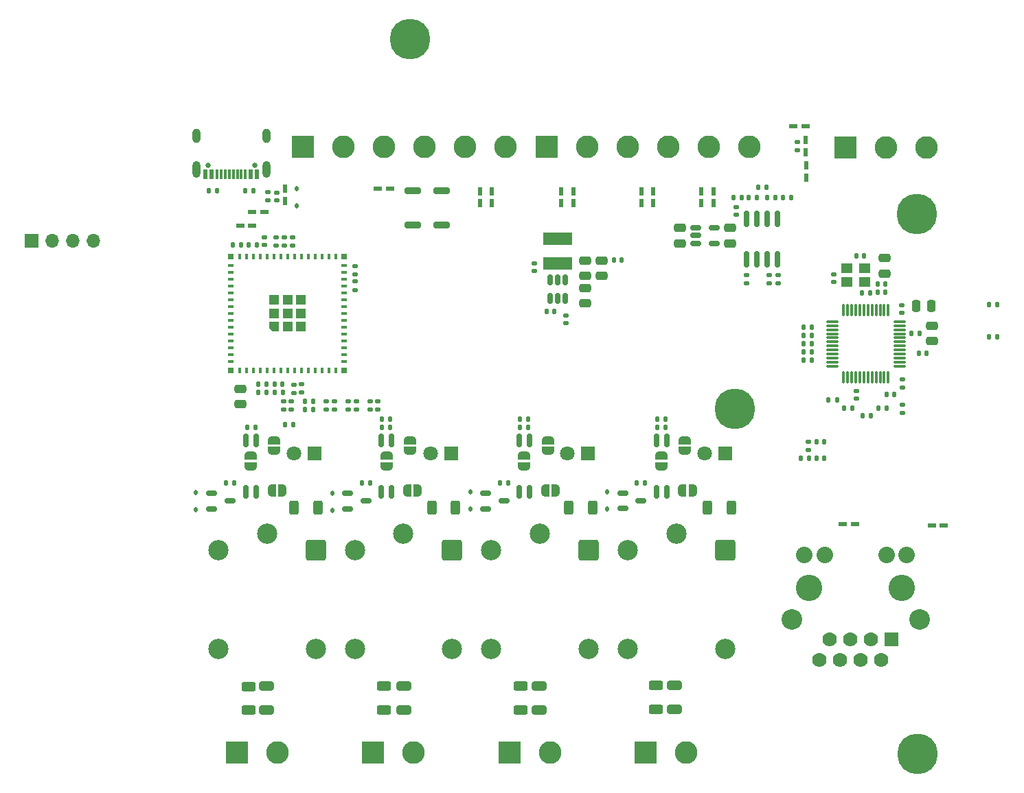
<source format=gbr>
%TF.GenerationSoftware,KiCad,Pcbnew,8.0.6-8.0.6-0~ubuntu24.04.1*%
%TF.CreationDate,2024-10-19T21:07:47+02:00*%
%TF.ProjectId,ESP_PLC,4553505f-504c-4432-9e6b-696361645f70,rev?*%
%TF.SameCoordinates,Original*%
%TF.FileFunction,Soldermask,Top*%
%TF.FilePolarity,Negative*%
%FSLAX46Y46*%
G04 Gerber Fmt 4.6, Leading zero omitted, Abs format (unit mm)*
G04 Created by KiCad (PCBNEW 8.0.6-8.0.6-0~ubuntu24.04.1) date 2024-10-19 21:07:47*
%MOMM*%
%LPD*%
G01*
G04 APERTURE LIST*
G04 Aperture macros list*
%AMRoundRect*
0 Rectangle with rounded corners*
0 $1 Rounding radius*
0 $2 $3 $4 $5 $6 $7 $8 $9 X,Y pos of 4 corners*
0 Add a 4 corners polygon primitive as box body*
4,1,4,$2,$3,$4,$5,$6,$7,$8,$9,$2,$3,0*
0 Add four circle primitives for the rounded corners*
1,1,$1+$1,$2,$3*
1,1,$1+$1,$4,$5*
1,1,$1+$1,$6,$7*
1,1,$1+$1,$8,$9*
0 Add four rect primitives between the rounded corners*
20,1,$1+$1,$2,$3,$4,$5,0*
20,1,$1+$1,$4,$5,$6,$7,0*
20,1,$1+$1,$6,$7,$8,$9,0*
20,1,$1+$1,$8,$9,$2,$3,0*%
%AMOutline5P*
0 Free polygon, 5 corners , with rotation*
0 The origin of the aperture is its center*
0 number of corners: always 5*
0 $1 to $10 corner X, Y*
0 $11 Rotation angle, in degrees counterclockwise*
0 create outline with 5 corners*
4,1,5,$1,$2,$3,$4,$5,$6,$7,$8,$9,$10,$1,$2,$11*%
%AMOutline6P*
0 Free polygon, 6 corners , with rotation*
0 The origin of the aperture is its center*
0 number of corners: always 6*
0 $1 to $12 corner X, Y*
0 $13 Rotation angle, in degrees counterclockwise*
0 create outline with 6 corners*
4,1,6,$1,$2,$3,$4,$5,$6,$7,$8,$9,$10,$11,$12,$1,$2,$13*%
%AMOutline7P*
0 Free polygon, 7 corners , with rotation*
0 The origin of the aperture is its center*
0 number of corners: always 7*
0 $1 to $14 corner X, Y*
0 $15 Rotation angle, in degrees counterclockwise*
0 create outline with 7 corners*
4,1,7,$1,$2,$3,$4,$5,$6,$7,$8,$9,$10,$11,$12,$13,$14,$1,$2,$15*%
%AMOutline8P*
0 Free polygon, 8 corners , with rotation*
0 The origin of the aperture is its center*
0 number of corners: always 8*
0 $1 to $16 corner X, Y*
0 $17 Rotation angle, in degrees counterclockwise*
0 create outline with 8 corners*
4,1,8,$1,$2,$3,$4,$5,$6,$7,$8,$9,$10,$11,$12,$13,$14,$15,$16,$1,$2,$17*%
%AMFreePoly0*
4,1,19,0.500000,-0.750000,0.000000,-0.750000,0.000000,-0.744911,-0.071157,-0.744911,-0.207708,-0.704816,-0.327430,-0.627875,-0.420627,-0.520320,-0.479746,-0.390866,-0.500000,-0.250000,-0.500000,0.250000,-0.479746,0.390866,-0.420627,0.520320,-0.327430,0.627875,-0.207708,0.704816,-0.071157,0.744911,0.000000,0.744911,0.000000,0.750000,0.500000,0.750000,0.500000,-0.750000,0.500000,-0.750000,
$1*%
%AMFreePoly1*
4,1,19,0.000000,0.744911,0.071157,0.744911,0.207708,0.704816,0.327430,0.627875,0.420627,0.520320,0.479746,0.390866,0.500000,0.250000,0.500000,-0.250000,0.479746,-0.390866,0.420627,-0.520320,0.327430,-0.627875,0.207708,-0.704816,0.071157,-0.744911,0.000000,-0.744911,0.000000,-0.750000,-0.500000,-0.750000,-0.500000,0.750000,0.000000,0.750000,0.000000,0.744911,0.000000,0.744911,
$1*%
G04 Aperture macros list end*
%ADD10R,1.700000X1.700000*%
%ADD11O,1.700000X1.700000*%
%ADD12RoundRect,0.250000X0.312500X0.625000X-0.312500X0.625000X-0.312500X-0.625000X0.312500X-0.625000X0*%
%ADD13RoundRect,0.250000X0.625000X-0.312500X0.625000X0.312500X-0.625000X0.312500X-0.625000X-0.312500X0*%
%ADD14RoundRect,0.250000X0.650000X-0.325000X0.650000X0.325000X-0.650000X0.325000X-0.650000X-0.325000X0*%
%ADD15FreePoly0,270.000000*%
%ADD16FreePoly1,270.000000*%
%ADD17C,5.000000*%
%ADD18C,2.500000*%
%ADD19RoundRect,0.250000X-1.000000X1.000000X-1.000000X-1.000000X1.000000X-1.000000X1.000000X1.000000X0*%
%ADD20RoundRect,0.135000X-0.135000X-0.185000X0.135000X-0.185000X0.135000X0.185000X-0.135000X0.185000X0*%
%ADD21RoundRect,0.140000X0.140000X0.170000X-0.140000X0.170000X-0.140000X-0.170000X0.140000X-0.170000X0*%
%ADD22RoundRect,0.135000X0.135000X0.185000X-0.135000X0.185000X-0.135000X-0.185000X0.135000X-0.185000X0*%
%ADD23R,0.500000X1.100000*%
%ADD24R,2.800000X2.800000*%
%ADD25C,2.800000*%
%ADD26RoundRect,0.140000X0.170000X-0.140000X0.170000X0.140000X-0.170000X0.140000X-0.170000X-0.140000X0*%
%ADD27RoundRect,0.140000X-0.140000X-0.170000X0.140000X-0.170000X0.140000X0.170000X-0.140000X0.170000X0*%
%ADD28C,3.251200*%
%ADD29R,1.778000X1.778000*%
%ADD30C,1.778000*%
%ADD31C,2.032000*%
%ADD32C,2.540000*%
%ADD33RoundRect,0.200000X0.800000X-0.200000X0.800000X0.200000X-0.800000X0.200000X-0.800000X-0.200000X0*%
%ADD34R,1.100000X0.500000*%
%ADD35RoundRect,0.112500X0.112500X-0.187500X0.112500X0.187500X-0.112500X0.187500X-0.112500X-0.187500X0*%
%ADD36RoundRect,0.135000X-0.185000X0.135000X-0.185000X-0.135000X0.185000X-0.135000X0.185000X0.135000X0*%
%ADD37RoundRect,0.135000X0.185000X-0.135000X0.185000X0.135000X-0.185000X0.135000X-0.185000X-0.135000X0*%
%ADD38FreePoly0,0.000000*%
%ADD39FreePoly1,0.000000*%
%ADD40RoundRect,0.150000X-0.512500X-0.150000X0.512500X-0.150000X0.512500X0.150000X-0.512500X0.150000X0*%
%ADD41RoundRect,0.150000X-0.150000X0.662500X-0.150000X-0.662500X0.150000X-0.662500X0.150000X0.662500X0*%
%ADD42R,1.800000X1.800000*%
%ADD43C,1.800000*%
%ADD44RoundRect,0.140000X-0.170000X0.140000X-0.170000X-0.140000X0.170000X-0.140000X0.170000X0.140000X0*%
%ADD45C,0.650000*%
%ADD46R,0.600000X1.240000*%
%ADD47R,0.300000X1.240000*%
%ADD48O,1.000000X2.100000*%
%ADD49O,1.000000X1.800000*%
%ADD50FreePoly0,90.000000*%
%ADD51FreePoly1,90.000000*%
%ADD52R,1.400000X1.200000*%
%ADD53RoundRect,0.250000X0.475000X-0.250000X0.475000X0.250000X-0.475000X0.250000X-0.475000X-0.250000X0*%
%ADD54RoundRect,0.250000X0.250000X0.475000X-0.250000X0.475000X-0.250000X-0.475000X0.250000X-0.475000X0*%
%ADD55RoundRect,0.250000X-0.475000X0.250000X-0.475000X-0.250000X0.475000X-0.250000X0.475000X0.250000X0*%
%ADD56R,3.600000X1.500000*%
%ADD57RoundRect,0.147500X0.147500X0.172500X-0.147500X0.172500X-0.147500X-0.172500X0.147500X-0.172500X0*%
%ADD58RoundRect,0.150000X0.150000X-0.512500X0.150000X0.512500X-0.150000X0.512500X-0.150000X-0.512500X0*%
%ADD59RoundRect,0.075000X0.075000X-0.662500X0.075000X0.662500X-0.075000X0.662500X-0.075000X-0.662500X0*%
%ADD60RoundRect,0.075000X0.662500X-0.075000X0.662500X0.075000X-0.662500X0.075000X-0.662500X-0.075000X0*%
%ADD61RoundRect,0.150000X0.150000X-0.825000X0.150000X0.825000X-0.150000X0.825000X-0.150000X-0.825000X0*%
%ADD62R,0.400000X0.800000*%
%ADD63R,0.800000X0.400000*%
%ADD64Outline5P,-0.600000X0.204000X-0.204000X0.600000X0.600000X0.600000X0.600000X-0.600000X-0.600000X-0.600000X90.000000*%
%ADD65R,1.200000X1.200000*%
%ADD66R,0.800000X0.800000*%
%ADD67RoundRect,0.147500X-0.172500X0.147500X-0.172500X-0.147500X0.172500X-0.147500X0.172500X0.147500X0*%
%ADD68RoundRect,0.147500X0.172500X-0.147500X0.172500X0.147500X-0.172500X0.147500X-0.172500X-0.147500X0*%
G04 APERTURE END LIST*
D10*
%TO.C,REF\u002A\u002A*%
X118300000Y-83300000D03*
D11*
X120840000Y-83300000D03*
X123380000Y-83300000D03*
X125920000Y-83300000D03*
%TD*%
D12*
%TO.C,R33*%
X204612500Y-116250000D03*
X201687500Y-116250000D03*
%TD*%
%TO.C,R32*%
X187512500Y-116250000D03*
X184587500Y-116250000D03*
%TD*%
%TO.C,R31*%
X153612500Y-116250000D03*
X150687500Y-116250000D03*
%TD*%
%TO.C,R30*%
X170612500Y-116250000D03*
X167687500Y-116250000D03*
%TD*%
D13*
%TO.C,R29*%
X145060000Y-141192500D03*
X145060000Y-138267500D03*
%TD*%
%TO.C,R28*%
X161800000Y-141162500D03*
X161800000Y-138237500D03*
%TD*%
%TO.C,R27*%
X195270000Y-141062500D03*
X195270000Y-138137500D03*
%TD*%
%TO.C,R26*%
X178600000Y-141162500D03*
X178600000Y-138237500D03*
%TD*%
D14*
%TO.C,C27*%
X147330000Y-141175000D03*
X147330000Y-138225000D03*
%TD*%
%TO.C,C26*%
X164200000Y-141175000D03*
X164200000Y-138225000D03*
%TD*%
%TO.C,C10*%
X197600000Y-141075000D03*
X197600000Y-138125000D03*
%TD*%
%TO.C,C3*%
X180900000Y-141175000D03*
X180900000Y-138225000D03*
%TD*%
D15*
%TO.C,JP12*%
X196000000Y-109800000D03*
D16*
X196000000Y-111100000D03*
%TD*%
D15*
%TO.C,JP11*%
X179070000Y-109800000D03*
D16*
X179070000Y-111100000D03*
%TD*%
D15*
%TO.C,JP10*%
X162100000Y-109800000D03*
D16*
X162100000Y-111100000D03*
%TD*%
%TO.C,JP9*%
X145350000Y-111100000D03*
D15*
X145350000Y-109800000D03*
%TD*%
D17*
%TO.C,H2*%
X205000000Y-104000000D03*
%TD*%
%TO.C,H3*%
X165000000Y-58400000D03*
%TD*%
%TO.C,H2*%
X227500000Y-80000000D03*
%TD*%
D18*
%TO.C,K2*%
X164184166Y-119417500D03*
X170184166Y-133617500D03*
X158184166Y-133617500D03*
D19*
X170184166Y-121417500D03*
D18*
X158184166Y-121417500D03*
%TD*%
D20*
%TO.C,R19*%
X236390000Y-95100000D03*
X237410000Y-95100000D03*
%TD*%
D21*
%TO.C,C34*%
X147280000Y-101000000D03*
X146320000Y-101000000D03*
%TD*%
D22*
%TO.C,R7*%
X214510000Y-93950000D03*
X213490000Y-93950000D03*
%TD*%
D21*
%TO.C,C38*%
X153030000Y-103100000D03*
X152070000Y-103100000D03*
%TD*%
D23*
%TO.C,D31*%
X202400000Y-77150000D03*
X202400000Y-78650000D03*
%TD*%
%TO.C,D1*%
X149600000Y-78350000D03*
X149600000Y-76850000D03*
%TD*%
D24*
%TO.C,J15*%
X177250000Y-146395000D03*
D25*
X182250000Y-146395000D03*
%TD*%
D26*
%TO.C,C42*%
X205200000Y-80055000D03*
X205200000Y-79095000D03*
%TD*%
D27*
%TO.C,C35*%
X148320000Y-101000000D03*
X149280000Y-101000000D03*
%TD*%
D22*
%TO.C,R106*%
X177070000Y-113200000D03*
X176050000Y-113200000D03*
%TD*%
D18*
%TO.C,K3*%
X181000832Y-119417500D03*
X187000832Y-133617500D03*
X175000832Y-133617500D03*
D19*
X187000832Y-121417500D03*
D18*
X175000832Y-121417500D03*
%TD*%
D28*
%TO.C,J1*%
X225620000Y-126145000D03*
X214190000Y-126145000D03*
D29*
X224350000Y-132495000D03*
D30*
X223080000Y-135035000D03*
X221810000Y-132495000D03*
X220540000Y-135035000D03*
X219270000Y-132495000D03*
X218000000Y-135035000D03*
X216730000Y-132495000D03*
X215460000Y-135035000D03*
D31*
X213605800Y-122030200D03*
X216120400Y-122030200D03*
X223715000Y-122030200D03*
X226229600Y-122030200D03*
D32*
X227779000Y-130031200D03*
X212031000Y-130031200D03*
%TD*%
D33*
%TO.C,SW1*%
X165350000Y-81300000D03*
X165350000Y-77100000D03*
%TD*%
D23*
%TO.C,D27*%
X185100000Y-77150000D03*
X185100000Y-78650000D03*
%TD*%
D34*
%TO.C,D8*%
X219850000Y-118200000D03*
X218350000Y-118200000D03*
%TD*%
D22*
%TO.C,R104*%
X143310000Y-113200000D03*
X142290000Y-113200000D03*
%TD*%
D35*
%TO.C,D40*%
X155400000Y-116550000D03*
X155400000Y-114450000D03*
%TD*%
D36*
%TO.C,R73*%
X161050000Y-103090000D03*
X161050000Y-104110000D03*
%TD*%
D27*
%TO.C,C20*%
X215075000Y-108100000D03*
X216035000Y-108100000D03*
%TD*%
D20*
%TO.C,R16*%
X213145000Y-110100000D03*
X214165000Y-110100000D03*
%TD*%
D37*
%TO.C,R96*%
X212700000Y-72110000D03*
X212700000Y-71090000D03*
%TD*%
D38*
%TO.C,JP4*%
X147950000Y-114100000D03*
D39*
X149250000Y-114100000D03*
%TD*%
D22*
%TO.C,R100*%
X150560000Y-106000000D03*
X149540000Y-106000000D03*
%TD*%
D40*
%TO.C,Q8*%
X193475000Y-115350000D03*
X191200000Y-116300000D03*
X191200000Y-114400000D03*
%TD*%
D34*
%TO.C,D34*%
X213750000Y-69100000D03*
X212250000Y-69100000D03*
%TD*%
D37*
%TO.C,R93*%
X209300000Y-88510000D03*
X209300000Y-87490000D03*
%TD*%
D41*
%TO.C,U8*%
X146000000Y-107912500D03*
X144730000Y-107912500D03*
X144730000Y-114287500D03*
X146000000Y-114287500D03*
%TD*%
D20*
%TO.C,R1*%
X143180000Y-83800000D03*
X144200000Y-83800000D03*
%TD*%
D41*
%TO.C,U7*%
X179720000Y-107912500D03*
X178450000Y-107912500D03*
X178450000Y-114287500D03*
X179720000Y-114287500D03*
%TD*%
D37*
%TO.C,R92*%
X210350000Y-88510000D03*
X210350000Y-87490000D03*
%TD*%
D17*
%TO.C,H1*%
X227550000Y-146600000D03*
%TD*%
D18*
%TO.C,K1*%
X147367500Y-119417500D03*
X153367500Y-133617500D03*
X141367500Y-133617500D03*
D19*
X153367500Y-121417500D03*
D18*
X141367500Y-121417500D03*
%TD*%
D22*
%TO.C,R102*%
X179520000Y-105300000D03*
X178500000Y-105300000D03*
%TD*%
%TO.C,R107*%
X192940000Y-113150000D03*
X193960000Y-113150000D03*
%TD*%
D27*
%TO.C,C17*%
X220020000Y-85170000D03*
X220980000Y-85170000D03*
%TD*%
D23*
%TO.C,D24*%
X173600000Y-77150000D03*
X173600000Y-78650000D03*
%TD*%
D38*
%TO.C,JP3*%
X164650000Y-114100000D03*
D39*
X165950000Y-114100000D03*
%TD*%
D42*
%TO.C,D36*%
X170091666Y-109550000D03*
D43*
X167551666Y-109550000D03*
%TD*%
D22*
%TO.C,R101*%
X162560000Y-105300000D03*
X161540000Y-105300000D03*
%TD*%
D24*
%TO.C,J13*%
X143650000Y-146395000D03*
D25*
X148650000Y-146395000D03*
%TD*%
D44*
%TO.C,C37*%
X150650000Y-101070000D03*
X150650000Y-102030000D03*
%TD*%
D36*
%TO.C,R71*%
X155650000Y-103090000D03*
X155650000Y-104110000D03*
%TD*%
D26*
%TO.C,C23*%
X147000000Y-83800000D03*
X147000000Y-82840000D03*
%TD*%
D20*
%TO.C,R24*%
X144890000Y-106300000D03*
X145910000Y-106300000D03*
%TD*%
D22*
%TO.C,R99*%
X205860000Y-77900000D03*
X204840000Y-77900000D03*
%TD*%
D44*
%TO.C,C41*%
X160050000Y-103120000D03*
X160050000Y-104080000D03*
%TD*%
D22*
%TO.C,R66*%
X147310000Y-102000000D03*
X146290000Y-102000000D03*
%TD*%
D26*
%TO.C,C24*%
X158250000Y-87400000D03*
X158250000Y-86440000D03*
%TD*%
D34*
%TO.C,D2*%
X147050000Y-79750000D03*
X145550000Y-79750000D03*
%TD*%
D22*
%TO.C,R90*%
X211960000Y-77900000D03*
X210940000Y-77900000D03*
%TD*%
D45*
%TO.C,J3*%
X145840000Y-73980000D03*
X140060000Y-73980000D03*
D46*
X146150000Y-75100000D03*
X145350000Y-75100000D03*
D47*
X144200000Y-75100000D03*
X143200000Y-75100000D03*
X142700000Y-75100000D03*
X141700000Y-75100000D03*
D46*
X140550000Y-75100000D03*
X139750000Y-75100000D03*
X139750000Y-75100000D03*
X140550000Y-75100000D03*
D47*
X141200000Y-75100000D03*
X142200000Y-75100000D03*
X143700000Y-75100000D03*
X144700000Y-75100000D03*
D46*
X145350000Y-75100000D03*
X146150000Y-75100000D03*
D48*
X147270000Y-74500000D03*
D49*
X147270000Y-70300000D03*
D48*
X138630000Y-74500000D03*
D49*
X138630000Y-70300000D03*
%TD*%
D23*
%TO.C,D25*%
X175100000Y-77150000D03*
X175100000Y-78650000D03*
%TD*%
D35*
%TO.C,D39*%
X138600000Y-116450000D03*
X138600000Y-114350000D03*
%TD*%
D20*
%TO.C,R13*%
X213500000Y-98000000D03*
X214520000Y-98000000D03*
%TD*%
D22*
%TO.C,R9*%
X223710000Y-103900000D03*
X222690000Y-103900000D03*
%TD*%
%TO.C,R8*%
X221810000Y-104900000D03*
X220790000Y-104900000D03*
%TD*%
D41*
%TO.C,U9*%
X162735000Y-107912500D03*
X161465000Y-107912500D03*
X161465000Y-114287500D03*
X162735000Y-114287500D03*
%TD*%
D50*
%TO.C,JP8*%
X198850000Y-109200000D03*
D51*
X198850000Y-107900000D03*
%TD*%
D33*
%TO.C,SW2*%
X168900000Y-81300000D03*
X168900000Y-77100000D03*
%TD*%
D35*
%TO.C,D5*%
X151000000Y-78950000D03*
X151000000Y-76850000D03*
%TD*%
D23*
%TO.C,D26*%
X183600000Y-77150000D03*
X183600000Y-78650000D03*
%TD*%
D22*
%TO.C,R95*%
X208910000Y-76700000D03*
X207890000Y-76700000D03*
%TD*%
D36*
%TO.C,R21*%
X158250000Y-88310000D03*
X158250000Y-89330000D03*
%TD*%
D37*
%TO.C,R20*%
X148500000Y-83860000D03*
X148500000Y-82840000D03*
%TD*%
D36*
%TO.C,R68*%
X150350000Y-103090000D03*
X150350000Y-104110000D03*
%TD*%
D52*
%TO.C,Y1*%
X218800000Y-88320000D03*
X221000000Y-88320000D03*
X221000000Y-86620000D03*
X218800000Y-86620000D03*
%TD*%
D53*
%TO.C,C11*%
X223500000Y-87320000D03*
X223500000Y-85420000D03*
%TD*%
D22*
%TO.C,R4*%
X141210000Y-77100000D03*
X140190000Y-77100000D03*
%TD*%
D23*
%TO.C,D30*%
X200900000Y-77150000D03*
X200900000Y-78650000D03*
%TD*%
D34*
%TO.C,D7*%
X229300000Y-118400000D03*
X230800000Y-118400000D03*
%TD*%
D42*
%TO.C,D35*%
X153225000Y-109550000D03*
D43*
X150685000Y-109550000D03*
%TD*%
D53*
%TO.C,C7*%
X186600000Y-87600000D03*
X186600000Y-85700000D03*
%TD*%
D42*
%TO.C,D37*%
X186958332Y-109550000D03*
D43*
X184418332Y-109550000D03*
%TD*%
D24*
%TO.C,J12*%
X218700000Y-71800000D03*
D25*
X223700000Y-71800000D03*
X228700000Y-71800000D03*
%TD*%
D34*
%TO.C,D9*%
X162550000Y-76800000D03*
X161050000Y-76800000D03*
%TD*%
D23*
%TO.C,D29*%
X195000000Y-77150000D03*
X195000000Y-78650000D03*
%TD*%
D22*
%TO.C,R103*%
X195490000Y-105300000D03*
X196510000Y-105300000D03*
%TD*%
D23*
%TO.C,D33*%
X213775000Y-72350000D03*
X213775000Y-70850000D03*
%TD*%
D27*
%TO.C,C21*%
X215075000Y-110100000D03*
X216035000Y-110100000D03*
%TD*%
D41*
%TO.C,U5*%
X196620000Y-107912500D03*
X195350000Y-107912500D03*
X195350000Y-114287500D03*
X196620000Y-114287500D03*
%TD*%
D38*
%TO.C,JP2*%
X181650000Y-114100000D03*
D39*
X182950000Y-114100000D03*
%TD*%
D20*
%TO.C,R6*%
X216590000Y-102900000D03*
X217610000Y-102900000D03*
%TD*%
D40*
%TO.C,Q6*%
X157325000Y-114450000D03*
X157325000Y-116350000D03*
X159600000Y-115400000D03*
%TD*%
D27*
%TO.C,C13*%
X223720000Y-102200000D03*
X224680000Y-102200000D03*
%TD*%
D54*
%TO.C,C12*%
X229250000Y-91300000D03*
X227350000Y-91300000D03*
%TD*%
D44*
%TO.C,C40*%
X157350000Y-103120000D03*
X157350000Y-104080000D03*
%TD*%
D20*
%TO.C,R14*%
X220690000Y-89670000D03*
X221710000Y-89670000D03*
%TD*%
D21*
%TO.C,C1*%
X146080000Y-83800000D03*
X145120000Y-83800000D03*
%TD*%
D27*
%TO.C,C15*%
X226820000Y-94700000D03*
X227780000Y-94700000D03*
%TD*%
D55*
%TO.C,C25*%
X198267500Y-81675000D03*
X198267500Y-83575000D03*
%TD*%
D20*
%TO.C,R67*%
X148290000Y-102000000D03*
X149310000Y-102000000D03*
%TD*%
D40*
%TO.C,Q5*%
X140562500Y-114450000D03*
X140562500Y-116350000D03*
X142837500Y-115400000D03*
%TD*%
D20*
%TO.C,R12*%
X213490000Y-97000000D03*
X214510000Y-97000000D03*
%TD*%
D26*
%TO.C,C4*%
X148600000Y-78290000D03*
X148600000Y-77330000D03*
%TD*%
D44*
%TO.C,C14*%
X220000000Y-101820000D03*
X220000000Y-102780000D03*
%TD*%
D22*
%TO.C,R97*%
X207760000Y-77900000D03*
X206740000Y-77900000D03*
%TD*%
D27*
%TO.C,C9*%
X222620000Y-89600000D03*
X223580000Y-89600000D03*
%TD*%
D40*
%TO.C,Q7*%
X174325000Y-114450000D03*
X174325000Y-116350000D03*
X176600000Y-115400000D03*
%TD*%
D20*
%TO.C,R2*%
X218490000Y-103900000D03*
X219510000Y-103900000D03*
%TD*%
%TO.C,R11*%
X213490000Y-96000000D03*
X214510000Y-96000000D03*
%TD*%
D22*
%TO.C,R70*%
X153060000Y-104100000D03*
X152040000Y-104100000D03*
%TD*%
D26*
%TO.C,C5*%
X180310000Y-87030000D03*
X180310000Y-86070000D03*
%TD*%
D22*
%TO.C,R91*%
X210060000Y-77900000D03*
X209040000Y-77900000D03*
%TD*%
D26*
%TO.C,C44*%
X150500000Y-83830000D03*
X150500000Y-82870000D03*
%TD*%
D24*
%TO.C,J9*%
X151800000Y-71700000D03*
D25*
X156800000Y-71700000D03*
X161800000Y-71700000D03*
X166800000Y-71700000D03*
X171800000Y-71700000D03*
X176800000Y-71700000D03*
%TD*%
D22*
%TO.C,R105*%
X160060000Y-113200000D03*
X159040000Y-113200000D03*
%TD*%
D56*
%TO.C,L1*%
X183210000Y-86075000D03*
X183210000Y-83025000D03*
%TD*%
D44*
%TO.C,C36*%
X149400000Y-103120000D03*
X149400000Y-104080000D03*
%TD*%
D26*
%TO.C,C22*%
X225600000Y-92180000D03*
X225600000Y-91220000D03*
%TD*%
D57*
%TO.C,FB5*%
X182785000Y-92000000D03*
X181815000Y-92000000D03*
%TD*%
D36*
%TO.C,R69*%
X151650000Y-100990000D03*
X151650000Y-102010000D03*
%TD*%
D20*
%TO.C,R17*%
X236390000Y-91120000D03*
X237410000Y-91120000D03*
%TD*%
D21*
%TO.C,C16*%
X228680000Y-97200000D03*
X227720000Y-97200000D03*
%TD*%
D24*
%TO.C,J14*%
X160450000Y-146445000D03*
D25*
X165450000Y-146445000D03*
%TD*%
D53*
%TO.C,C19*%
X229300000Y-95650000D03*
X229300000Y-93750000D03*
%TD*%
D42*
%TO.C,D38*%
X203825000Y-109550000D03*
D43*
X201285000Y-109550000D03*
%TD*%
D44*
%TO.C,C39*%
X154650000Y-103120000D03*
X154650000Y-104080000D03*
%TD*%
D35*
%TO.C,D41*%
X172400000Y-116400000D03*
X172400000Y-114300000D03*
%TD*%
D37*
%TO.C,R94*%
X206500000Y-88510000D03*
X206500000Y-87490000D03*
%TD*%
D26*
%TO.C,C18*%
X217200000Y-88350000D03*
X217200000Y-87390000D03*
%TD*%
D58*
%TO.C,U3*%
X182260000Y-90387500D03*
X183210000Y-90387500D03*
X184160000Y-90387500D03*
X184160000Y-88112500D03*
X183210000Y-88112500D03*
X182260000Y-88112500D03*
%TD*%
D24*
%TO.C,J16*%
X194050000Y-146412500D03*
D25*
X199050000Y-146412500D03*
%TD*%
D39*
%TO.C,JP1*%
X199850000Y-114100000D03*
D38*
X198550000Y-114100000D03*
%TD*%
D36*
%TO.C,R18*%
X225700000Y-103490000D03*
X225700000Y-104510000D03*
%TD*%
D59*
%TO.C,U4*%
X218450000Y-100162500D03*
X218950000Y-100162500D03*
X219450000Y-100162500D03*
X219950000Y-100162500D03*
X220450000Y-100162500D03*
X220950000Y-100162500D03*
X221450000Y-100162500D03*
X221950000Y-100162500D03*
X222450000Y-100162500D03*
X222950000Y-100162500D03*
X223450000Y-100162500D03*
X223950000Y-100162500D03*
D60*
X225362500Y-98750000D03*
X225362500Y-98250000D03*
X225362500Y-97750000D03*
X225362500Y-97250000D03*
X225362500Y-96750000D03*
X225362500Y-96250000D03*
X225362500Y-95750000D03*
X225362500Y-95250000D03*
X225362500Y-94750000D03*
X225362500Y-94250000D03*
X225362500Y-93750000D03*
X225362500Y-93250000D03*
D59*
X223950000Y-91837500D03*
X223450000Y-91837500D03*
X222950000Y-91837500D03*
X222450000Y-91837500D03*
X221950000Y-91837500D03*
X221450000Y-91837500D03*
X220950000Y-91837500D03*
X220450000Y-91837500D03*
X219950000Y-91837500D03*
X219450000Y-91837500D03*
X218950000Y-91837500D03*
X218450000Y-91837500D03*
D60*
X217037500Y-93250000D03*
X217037500Y-93750000D03*
X217037500Y-94250000D03*
X217037500Y-94750000D03*
X217037500Y-95250000D03*
X217037500Y-95750000D03*
X217037500Y-96250000D03*
X217037500Y-96750000D03*
X217037500Y-97250000D03*
X217037500Y-97750000D03*
X217037500Y-98250000D03*
X217037500Y-98750000D03*
%TD*%
D20*
%TO.C,R22*%
X195490000Y-106300000D03*
X196510000Y-106300000D03*
%TD*%
%TO.C,R5*%
X144690000Y-77100000D03*
X145710000Y-77100000D03*
%TD*%
D61*
%TO.C,U6*%
X206500000Y-85550000D03*
X207770000Y-85550000D03*
X209040000Y-85550000D03*
X210310000Y-85550000D03*
X210310000Y-80600000D03*
X209040000Y-80600000D03*
X207770000Y-80600000D03*
X206500000Y-80600000D03*
%TD*%
D20*
%TO.C,R25*%
X161540000Y-106300000D03*
X162560000Y-106300000D03*
%TD*%
D53*
%TO.C,C8*%
X188610000Y-87600000D03*
X188610000Y-85700000D03*
%TD*%
D35*
%TO.C,D42*%
X189300000Y-114300000D03*
X189300000Y-116400000D03*
%TD*%
D50*
%TO.C,JP5*%
X148250000Y-109200000D03*
D51*
X148250000Y-107900000D03*
%TD*%
D23*
%TO.C,D28*%
X193500000Y-77150000D03*
X193500000Y-78650000D03*
%TD*%
D37*
%TO.C,R98*%
X149500000Y-83860000D03*
X149500000Y-82840000D03*
%TD*%
D57*
%TO.C,FB1*%
X191095000Y-85650000D03*
X190125000Y-85650000D03*
%TD*%
D62*
%TO.C,U1*%
X143950000Y-99244500D03*
X144800000Y-99244500D03*
X145650000Y-99244500D03*
X146500000Y-99244500D03*
X147350000Y-99244500D03*
X148200000Y-99244500D03*
X149050000Y-99244500D03*
X149900000Y-99244500D03*
X150750000Y-99244500D03*
X151600000Y-99244500D03*
X152450000Y-99244500D03*
X153300000Y-99244500D03*
X154150000Y-99244500D03*
X155000000Y-99244500D03*
X155850000Y-99244500D03*
D63*
X156900000Y-98194500D03*
X156900000Y-97344500D03*
X156900000Y-96494500D03*
X156900000Y-95644500D03*
X156900000Y-94794500D03*
X156900000Y-93944500D03*
X156900000Y-93094500D03*
X156900000Y-92244500D03*
X156900000Y-91394500D03*
X156900000Y-90544500D03*
X156900000Y-89694500D03*
X156900000Y-88844500D03*
X156900000Y-87994500D03*
X156900000Y-87144500D03*
X156900000Y-86294500D03*
D62*
X155850000Y-85244500D03*
X155000000Y-85244500D03*
X154150000Y-85244500D03*
X153300000Y-85244500D03*
X152450000Y-85244500D03*
X151600000Y-85244500D03*
X150750000Y-85244500D03*
X149900000Y-85244500D03*
X149050000Y-85244500D03*
X148200000Y-85244500D03*
X147350000Y-85244500D03*
X146500000Y-85244500D03*
X145650000Y-85244500D03*
X144800000Y-85244500D03*
X143950000Y-85244500D03*
D63*
X142900000Y-86294500D03*
X142900000Y-87144500D03*
X142900000Y-87994500D03*
X142900000Y-88844500D03*
X142900000Y-89694500D03*
X142900000Y-90544500D03*
X142900000Y-91394500D03*
X142900000Y-92244500D03*
X142900000Y-93094500D03*
X142900000Y-93944500D03*
X142900000Y-94794500D03*
X142900000Y-95644500D03*
X142900000Y-96494500D03*
X142900000Y-97344500D03*
X142900000Y-98194500D03*
D64*
X148250000Y-93894500D03*
D65*
X149900000Y-93894500D03*
X151550000Y-93894500D03*
X148250000Y-92244500D03*
X149900000Y-92244500D03*
X151550000Y-92244500D03*
X148250000Y-90594500D03*
X149900000Y-90594500D03*
X151550000Y-90594500D03*
D66*
X142900000Y-99244500D03*
X156900000Y-99244500D03*
X156900000Y-85244500D03*
X142900000Y-85244500D03*
%TD*%
D55*
%TO.C,C6*%
X186610000Y-89100000D03*
X186610000Y-91000000D03*
%TD*%
D36*
%TO.C,R3*%
X147500000Y-77290000D03*
X147500000Y-78310000D03*
%TD*%
D20*
%TO.C,R10*%
X213490000Y-95000000D03*
X214510000Y-95000000D03*
%TD*%
D24*
%TO.C,J11*%
X181800000Y-71700000D03*
D25*
X186800000Y-71700000D03*
X191800000Y-71700000D03*
X196800000Y-71700000D03*
X201800000Y-71700000D03*
X206800000Y-71700000D03*
%TD*%
D57*
%TO.C,FB3*%
X223585000Y-88600000D03*
X222615000Y-88600000D03*
%TD*%
D18*
%TO.C,K4*%
X197817500Y-119417500D03*
X203817500Y-133617500D03*
X191817500Y-133617500D03*
D19*
X203817500Y-121417500D03*
D18*
X191817500Y-121417500D03*
%TD*%
D55*
%TO.C,C2*%
X144100000Y-101550000D03*
X144100000Y-103450000D03*
%TD*%
D67*
%TO.C,FB2*%
X184200000Y-92465000D03*
X184200000Y-93435000D03*
%TD*%
D50*
%TO.C,JP7*%
X181970000Y-109200000D03*
D51*
X181970000Y-107900000D03*
%TD*%
D68*
%TO.C,FB4*%
X225700000Y-101385000D03*
X225700000Y-100415000D03*
%TD*%
D20*
%TO.C,R23*%
X178510000Y-106300000D03*
X179530000Y-106300000D03*
%TD*%
D23*
%TO.C,D32*%
X213800000Y-75450000D03*
X213800000Y-73950000D03*
%TD*%
D37*
%TO.C,R15*%
X214055000Y-109110000D03*
X214055000Y-108090000D03*
%TD*%
D40*
%TO.C,U2*%
X200230000Y-81675000D03*
X200230000Y-82625000D03*
X200230000Y-83575000D03*
X202505000Y-83575000D03*
X202505000Y-81675000D03*
%TD*%
D34*
%TO.C,D3*%
X144050000Y-81450000D03*
X145550000Y-81450000D03*
%TD*%
D50*
%TO.C,JP6*%
X165000000Y-109200000D03*
D51*
X165000000Y-107900000D03*
%TD*%
D36*
%TO.C,R72*%
X158350000Y-103090000D03*
X158350000Y-104110000D03*
%TD*%
D55*
%TO.C,C43*%
X204467500Y-81675000D03*
X204467500Y-83575000D03*
%TD*%
M02*

</source>
